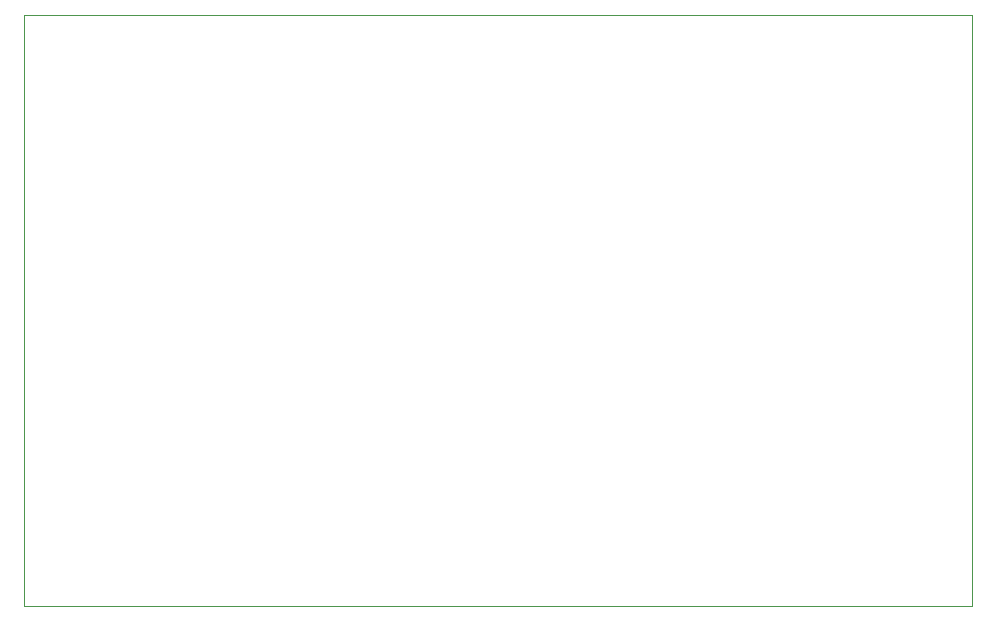
<source format=gbr>
%TF.GenerationSoftware,KiCad,Pcbnew,(6.0.0)*%
%TF.CreationDate,2022-01-31T23:05:30+07:00*%
%TF.ProjectId,eggmodel_V1.1,6567676d-6f64-4656-9c5f-56312e312e6b,rev?*%
%TF.SameCoordinates,Original*%
%TF.FileFunction,Profile,NP*%
%FSLAX46Y46*%
G04 Gerber Fmt 4.6, Leading zero omitted, Abs format (unit mm)*
G04 Created by KiCad (PCBNEW (6.0.0)) date 2022-01-31 23:05:30*
%MOMM*%
%LPD*%
G01*
G04 APERTURE LIST*
%TA.AperFunction,Profile*%
%ADD10C,0.100000*%
%TD*%
G04 APERTURE END LIST*
D10*
X164570000Y-131240000D02*
X84310000Y-131240000D01*
X84310000Y-131240000D02*
X84310000Y-81262500D01*
X84310000Y-81262500D02*
X164570000Y-81262500D01*
X164570000Y-81262500D02*
X164570000Y-131240000D01*
M02*

</source>
